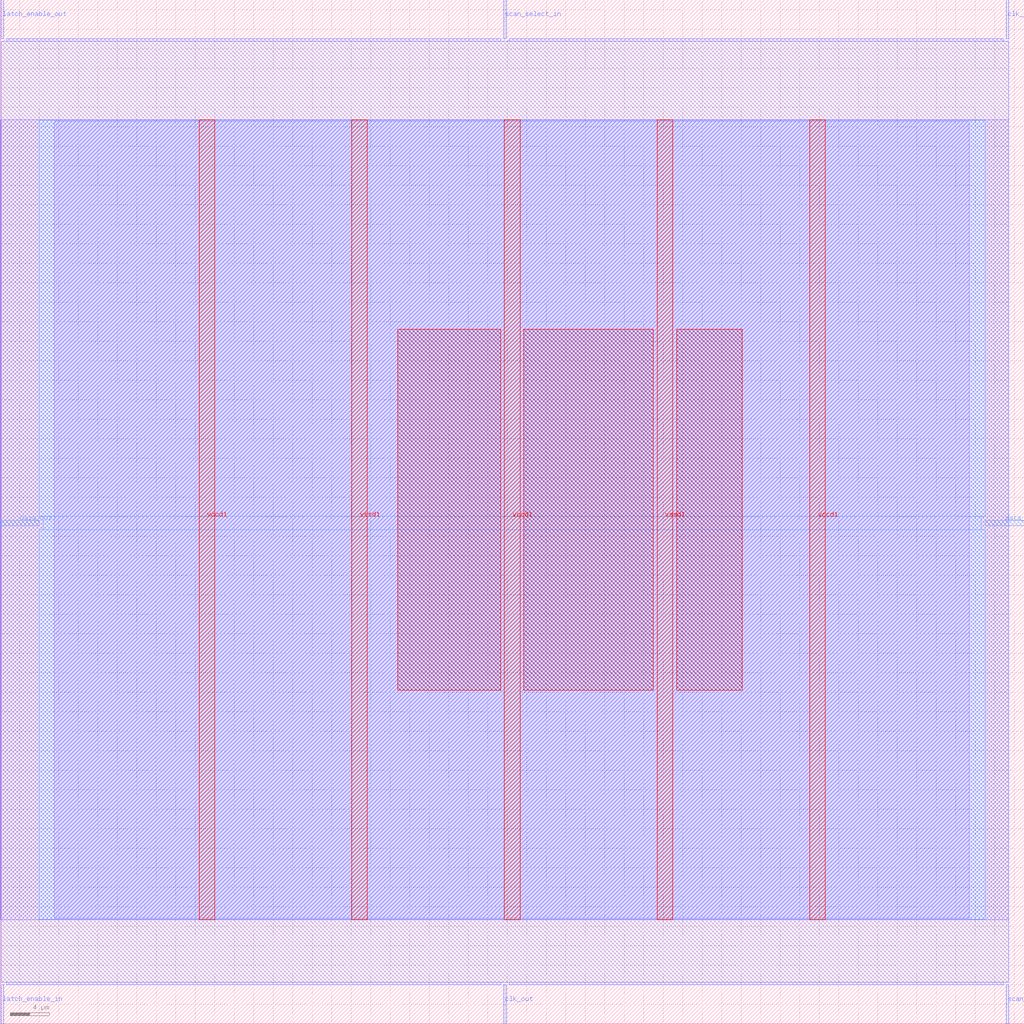
<source format=lef>
VERSION 5.7 ;
  NOWIREEXTENSIONATPIN ON ;
  DIVIDERCHAR "/" ;
  BUSBITCHARS "[]" ;
MACRO scan_wrapper_341364381657858642
  CLASS BLOCK ;
  FOREIGN scan_wrapper_341364381657858642 ;
  ORIGIN 0.000 0.000 ;
  SIZE 105.000 BY 105.000 ;
  PIN clk_in
    DIRECTION INPUT ;
    USE SIGNAL ;
    PORT
      LAYER met2 ;
        RECT 103.130 101.000 103.410 105.000 ;
    END
  END clk_in
  PIN clk_out
    DIRECTION OUTPUT TRISTATE ;
    USE SIGNAL ;
    PORT
      LAYER met2 ;
        RECT 51.610 0.000 51.890 4.000 ;
    END
  END clk_out
  PIN data_in
    DIRECTION INPUT ;
    USE SIGNAL ;
    PORT
      LAYER met3 ;
        RECT 101.000 51.040 105.000 51.640 ;
    END
  END data_in
  PIN data_out
    DIRECTION OUTPUT TRISTATE ;
    USE SIGNAL ;
    PORT
      LAYER met3 ;
        RECT 0.000 51.040 4.000 51.640 ;
    END
  END data_out
  PIN latch_enable_in
    DIRECTION INPUT ;
    USE SIGNAL ;
    PORT
      LAYER met2 ;
        RECT 0.090 0.000 0.370 4.000 ;
    END
  END latch_enable_in
  PIN latch_enable_out
    DIRECTION OUTPUT TRISTATE ;
    USE SIGNAL ;
    PORT
      LAYER met2 ;
        RECT 0.090 101.000 0.370 105.000 ;
    END
  END latch_enable_out
  PIN scan_select_in
    DIRECTION INPUT ;
    USE SIGNAL ;
    PORT
      LAYER met2 ;
        RECT 51.610 101.000 51.890 105.000 ;
    END
  END scan_select_in
  PIN scan_select_out
    DIRECTION OUTPUT TRISTATE ;
    USE SIGNAL ;
    PORT
      LAYER met2 ;
        RECT 103.130 0.000 103.410 4.000 ;
    END
  END scan_select_out
  PIN vccd1
    DIRECTION INPUT ;
    USE POWER ;
    PORT
      LAYER met4 ;
        RECT 20.380 10.640 21.980 92.720 ;
    END
    PORT
      LAYER met4 ;
        RECT 51.700 10.640 53.300 92.720 ;
    END
    PORT
      LAYER met4 ;
        RECT 83.020 10.640 84.620 92.720 ;
    END
  END vccd1
  PIN vssd1
    DIRECTION INPUT ;
    USE GROUND ;
    PORT
      LAYER met4 ;
        RECT 36.040 10.640 37.640 92.720 ;
    END
    PORT
      LAYER met4 ;
        RECT 67.360 10.640 68.960 92.720 ;
    END
  END vssd1
  OBS
      LAYER li1 ;
        RECT 5.520 10.795 99.360 92.565 ;
      LAYER met1 ;
        RECT 0.070 10.640 103.430 92.720 ;
      LAYER met2 ;
        RECT 0.650 100.720 51.330 101.000 ;
        RECT 52.170 100.720 102.850 101.000 ;
        RECT 0.100 4.280 103.400 100.720 ;
        RECT 0.650 4.000 51.330 4.280 ;
        RECT 52.170 4.000 102.850 4.280 ;
      LAYER met3 ;
        RECT 4.000 52.040 101.000 92.645 ;
        RECT 4.400 50.640 100.600 52.040 ;
        RECT 4.000 10.715 101.000 50.640 ;
      LAYER met4 ;
        RECT 40.775 34.175 51.300 71.225 ;
        RECT 53.700 34.175 66.960 71.225 ;
        RECT 69.360 34.175 76.065 71.225 ;
  END
END scan_wrapper_341364381657858642
END LIBRARY


</source>
